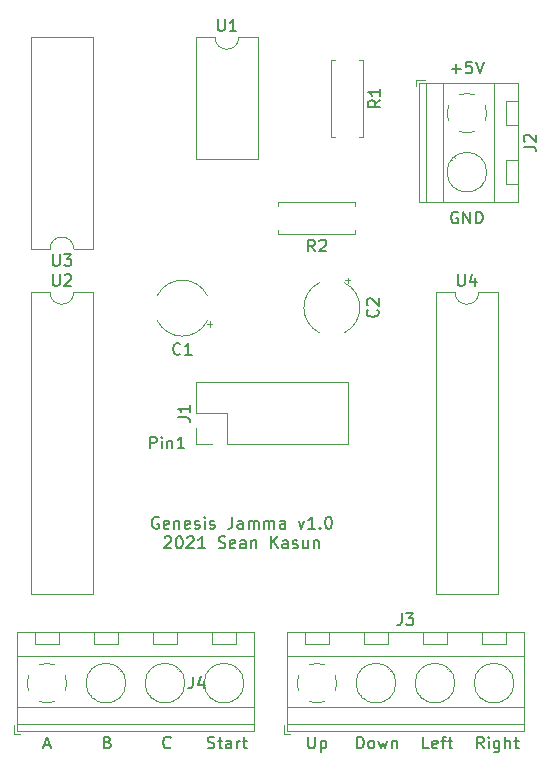
<source format=gbr>
G04 #@! TF.GenerationSoftware,KiCad,Pcbnew,(5.1.5-0-10_14)*
G04 #@! TF.CreationDate,2021-12-08T13:46:53-07:00*
G04 #@! TF.ProjectId,genesisctl,67656e65-7369-4736-9374-6c2e6b696361,rev?*
G04 #@! TF.SameCoordinates,Original*
G04 #@! TF.FileFunction,Legend,Top*
G04 #@! TF.FilePolarity,Positive*
%FSLAX46Y46*%
G04 Gerber Fmt 4.6, Leading zero omitted, Abs format (unit mm)*
G04 Created by KiCad (PCBNEW (5.1.5-0-10_14)) date 2021-12-08 13:46:53*
%MOMM*%
%LPD*%
G04 APERTURE LIST*
%ADD10C,0.150000*%
%ADD11C,0.200000*%
%ADD12C,0.120000*%
G04 APERTURE END LIST*
D10*
X202502380Y-74875000D02*
X202407142Y-74827380D01*
X202264285Y-74827380D01*
X202121428Y-74875000D01*
X202026190Y-74970238D01*
X201978571Y-75065476D01*
X201930952Y-75255952D01*
X201930952Y-75398809D01*
X201978571Y-75589285D01*
X202026190Y-75684523D01*
X202121428Y-75779761D01*
X202264285Y-75827380D01*
X202359523Y-75827380D01*
X202502380Y-75779761D01*
X202550000Y-75732142D01*
X202550000Y-75398809D01*
X202359523Y-75398809D01*
X203359523Y-75779761D02*
X203264285Y-75827380D01*
X203073809Y-75827380D01*
X202978571Y-75779761D01*
X202930952Y-75684523D01*
X202930952Y-75303571D01*
X202978571Y-75208333D01*
X203073809Y-75160714D01*
X203264285Y-75160714D01*
X203359523Y-75208333D01*
X203407142Y-75303571D01*
X203407142Y-75398809D01*
X202930952Y-75494047D01*
X203835714Y-75160714D02*
X203835714Y-75827380D01*
X203835714Y-75255952D02*
X203883333Y-75208333D01*
X203978571Y-75160714D01*
X204121428Y-75160714D01*
X204216666Y-75208333D01*
X204264285Y-75303571D01*
X204264285Y-75827380D01*
X205121428Y-75779761D02*
X205026190Y-75827380D01*
X204835714Y-75827380D01*
X204740476Y-75779761D01*
X204692857Y-75684523D01*
X204692857Y-75303571D01*
X204740476Y-75208333D01*
X204835714Y-75160714D01*
X205026190Y-75160714D01*
X205121428Y-75208333D01*
X205169047Y-75303571D01*
X205169047Y-75398809D01*
X204692857Y-75494047D01*
X205550000Y-75779761D02*
X205645238Y-75827380D01*
X205835714Y-75827380D01*
X205930952Y-75779761D01*
X205978571Y-75684523D01*
X205978571Y-75636904D01*
X205930952Y-75541666D01*
X205835714Y-75494047D01*
X205692857Y-75494047D01*
X205597619Y-75446428D01*
X205550000Y-75351190D01*
X205550000Y-75303571D01*
X205597619Y-75208333D01*
X205692857Y-75160714D01*
X205835714Y-75160714D01*
X205930952Y-75208333D01*
X206407142Y-75827380D02*
X206407142Y-75160714D01*
X206407142Y-74827380D02*
X206359523Y-74875000D01*
X206407142Y-74922619D01*
X206454761Y-74875000D01*
X206407142Y-74827380D01*
X206407142Y-74922619D01*
X206835714Y-75779761D02*
X206930952Y-75827380D01*
X207121428Y-75827380D01*
X207216666Y-75779761D01*
X207264285Y-75684523D01*
X207264285Y-75636904D01*
X207216666Y-75541666D01*
X207121428Y-75494047D01*
X206978571Y-75494047D01*
X206883333Y-75446428D01*
X206835714Y-75351190D01*
X206835714Y-75303571D01*
X206883333Y-75208333D01*
X206978571Y-75160714D01*
X207121428Y-75160714D01*
X207216666Y-75208333D01*
X208740476Y-74827380D02*
X208740476Y-75541666D01*
X208692857Y-75684523D01*
X208597619Y-75779761D01*
X208454761Y-75827380D01*
X208359523Y-75827380D01*
X209645238Y-75827380D02*
X209645238Y-75303571D01*
X209597619Y-75208333D01*
X209502380Y-75160714D01*
X209311904Y-75160714D01*
X209216666Y-75208333D01*
X209645238Y-75779761D02*
X209550000Y-75827380D01*
X209311904Y-75827380D01*
X209216666Y-75779761D01*
X209169047Y-75684523D01*
X209169047Y-75589285D01*
X209216666Y-75494047D01*
X209311904Y-75446428D01*
X209550000Y-75446428D01*
X209645238Y-75398809D01*
X210121428Y-75827380D02*
X210121428Y-75160714D01*
X210121428Y-75255952D02*
X210169047Y-75208333D01*
X210264285Y-75160714D01*
X210407142Y-75160714D01*
X210502380Y-75208333D01*
X210550000Y-75303571D01*
X210550000Y-75827380D01*
X210550000Y-75303571D02*
X210597619Y-75208333D01*
X210692857Y-75160714D01*
X210835714Y-75160714D01*
X210930952Y-75208333D01*
X210978571Y-75303571D01*
X210978571Y-75827380D01*
X211454761Y-75827380D02*
X211454761Y-75160714D01*
X211454761Y-75255952D02*
X211502380Y-75208333D01*
X211597619Y-75160714D01*
X211740476Y-75160714D01*
X211835714Y-75208333D01*
X211883333Y-75303571D01*
X211883333Y-75827380D01*
X211883333Y-75303571D02*
X211930952Y-75208333D01*
X212026190Y-75160714D01*
X212169047Y-75160714D01*
X212264285Y-75208333D01*
X212311904Y-75303571D01*
X212311904Y-75827380D01*
X213216666Y-75827380D02*
X213216666Y-75303571D01*
X213169047Y-75208333D01*
X213073809Y-75160714D01*
X212883333Y-75160714D01*
X212788095Y-75208333D01*
X213216666Y-75779761D02*
X213121428Y-75827380D01*
X212883333Y-75827380D01*
X212788095Y-75779761D01*
X212740476Y-75684523D01*
X212740476Y-75589285D01*
X212788095Y-75494047D01*
X212883333Y-75446428D01*
X213121428Y-75446428D01*
X213216666Y-75398809D01*
X214359523Y-75160714D02*
X214597619Y-75827380D01*
X214835714Y-75160714D01*
X215740476Y-75827380D02*
X215169047Y-75827380D01*
X215454761Y-75827380D02*
X215454761Y-74827380D01*
X215359523Y-74970238D01*
X215264285Y-75065476D01*
X215169047Y-75113095D01*
X216169047Y-75732142D02*
X216216666Y-75779761D01*
X216169047Y-75827380D01*
X216121428Y-75779761D01*
X216169047Y-75732142D01*
X216169047Y-75827380D01*
X216835714Y-74827380D02*
X216930952Y-74827380D01*
X217026190Y-74875000D01*
X217073809Y-74922619D01*
X217121428Y-75017857D01*
X217169047Y-75208333D01*
X217169047Y-75446428D01*
X217121428Y-75636904D01*
X217073809Y-75732142D01*
X217026190Y-75779761D01*
X216930952Y-75827380D01*
X216835714Y-75827380D01*
X216740476Y-75779761D01*
X216692857Y-75732142D01*
X216645238Y-75636904D01*
X216597619Y-75446428D01*
X216597619Y-75208333D01*
X216645238Y-75017857D01*
X216692857Y-74922619D01*
X216740476Y-74875000D01*
X216835714Y-74827380D01*
X203002380Y-76572619D02*
X203050000Y-76525000D01*
X203145238Y-76477380D01*
X203383333Y-76477380D01*
X203478571Y-76525000D01*
X203526190Y-76572619D01*
X203573809Y-76667857D01*
X203573809Y-76763095D01*
X203526190Y-76905952D01*
X202954761Y-77477380D01*
X203573809Y-77477380D01*
X204192857Y-76477380D02*
X204288095Y-76477380D01*
X204383333Y-76525000D01*
X204430952Y-76572619D01*
X204478571Y-76667857D01*
X204526190Y-76858333D01*
X204526190Y-77096428D01*
X204478571Y-77286904D01*
X204430952Y-77382142D01*
X204383333Y-77429761D01*
X204288095Y-77477380D01*
X204192857Y-77477380D01*
X204097619Y-77429761D01*
X204050000Y-77382142D01*
X204002380Y-77286904D01*
X203954761Y-77096428D01*
X203954761Y-76858333D01*
X204002380Y-76667857D01*
X204050000Y-76572619D01*
X204097619Y-76525000D01*
X204192857Y-76477380D01*
X204907142Y-76572619D02*
X204954761Y-76525000D01*
X205050000Y-76477380D01*
X205288095Y-76477380D01*
X205383333Y-76525000D01*
X205430952Y-76572619D01*
X205478571Y-76667857D01*
X205478571Y-76763095D01*
X205430952Y-76905952D01*
X204859523Y-77477380D01*
X205478571Y-77477380D01*
X206430952Y-77477380D02*
X205859523Y-77477380D01*
X206145238Y-77477380D02*
X206145238Y-76477380D01*
X206050000Y-76620238D01*
X205954761Y-76715476D01*
X205859523Y-76763095D01*
X207573809Y-77429761D02*
X207716666Y-77477380D01*
X207954761Y-77477380D01*
X208050000Y-77429761D01*
X208097619Y-77382142D01*
X208145238Y-77286904D01*
X208145238Y-77191666D01*
X208097619Y-77096428D01*
X208050000Y-77048809D01*
X207954761Y-77001190D01*
X207764285Y-76953571D01*
X207669047Y-76905952D01*
X207621428Y-76858333D01*
X207573809Y-76763095D01*
X207573809Y-76667857D01*
X207621428Y-76572619D01*
X207669047Y-76525000D01*
X207764285Y-76477380D01*
X208002380Y-76477380D01*
X208145238Y-76525000D01*
X208954761Y-77429761D02*
X208859523Y-77477380D01*
X208669047Y-77477380D01*
X208573809Y-77429761D01*
X208526190Y-77334523D01*
X208526190Y-76953571D01*
X208573809Y-76858333D01*
X208669047Y-76810714D01*
X208859523Y-76810714D01*
X208954761Y-76858333D01*
X209002380Y-76953571D01*
X209002380Y-77048809D01*
X208526190Y-77144047D01*
X209859523Y-77477380D02*
X209859523Y-76953571D01*
X209811904Y-76858333D01*
X209716666Y-76810714D01*
X209526190Y-76810714D01*
X209430952Y-76858333D01*
X209859523Y-77429761D02*
X209764285Y-77477380D01*
X209526190Y-77477380D01*
X209430952Y-77429761D01*
X209383333Y-77334523D01*
X209383333Y-77239285D01*
X209430952Y-77144047D01*
X209526190Y-77096428D01*
X209764285Y-77096428D01*
X209859523Y-77048809D01*
X210335714Y-76810714D02*
X210335714Y-77477380D01*
X210335714Y-76905952D02*
X210383333Y-76858333D01*
X210478571Y-76810714D01*
X210621428Y-76810714D01*
X210716666Y-76858333D01*
X210764285Y-76953571D01*
X210764285Y-77477380D01*
X212002380Y-77477380D02*
X212002380Y-76477380D01*
X212573809Y-77477380D02*
X212145238Y-76905952D01*
X212573809Y-76477380D02*
X212002380Y-77048809D01*
X213430952Y-77477380D02*
X213430952Y-76953571D01*
X213383333Y-76858333D01*
X213288095Y-76810714D01*
X213097619Y-76810714D01*
X213002380Y-76858333D01*
X213430952Y-77429761D02*
X213335714Y-77477380D01*
X213097619Y-77477380D01*
X213002380Y-77429761D01*
X212954761Y-77334523D01*
X212954761Y-77239285D01*
X213002380Y-77144047D01*
X213097619Y-77096428D01*
X213335714Y-77096428D01*
X213430952Y-77048809D01*
X213859523Y-77429761D02*
X213954761Y-77477380D01*
X214145238Y-77477380D01*
X214240476Y-77429761D01*
X214288095Y-77334523D01*
X214288095Y-77286904D01*
X214240476Y-77191666D01*
X214145238Y-77144047D01*
X214002380Y-77144047D01*
X213907142Y-77096428D01*
X213859523Y-77001190D01*
X213859523Y-76953571D01*
X213907142Y-76858333D01*
X214002380Y-76810714D01*
X214145238Y-76810714D01*
X214240476Y-76858333D01*
X215145238Y-76810714D02*
X215145238Y-77477380D01*
X214716666Y-76810714D02*
X214716666Y-77334523D01*
X214764285Y-77429761D01*
X214859523Y-77477380D01*
X215002380Y-77477380D01*
X215097619Y-77429761D01*
X215145238Y-77382142D01*
X215621428Y-76810714D02*
X215621428Y-77477380D01*
X215621428Y-76905952D02*
X215669047Y-76858333D01*
X215764285Y-76810714D01*
X215907142Y-76810714D01*
X216002380Y-76858333D01*
X216050000Y-76953571D01*
X216050000Y-77477380D01*
D11*
X206660952Y-94384761D02*
X206803809Y-94432380D01*
X207041904Y-94432380D01*
X207137142Y-94384761D01*
X207184761Y-94337142D01*
X207232380Y-94241904D01*
X207232380Y-94146666D01*
X207184761Y-94051428D01*
X207137142Y-94003809D01*
X207041904Y-93956190D01*
X206851428Y-93908571D01*
X206756190Y-93860952D01*
X206708571Y-93813333D01*
X206660952Y-93718095D01*
X206660952Y-93622857D01*
X206708571Y-93527619D01*
X206756190Y-93480000D01*
X206851428Y-93432380D01*
X207089523Y-93432380D01*
X207232380Y-93480000D01*
X207518095Y-93765714D02*
X207899047Y-93765714D01*
X207660952Y-93432380D02*
X207660952Y-94289523D01*
X207708571Y-94384761D01*
X207803809Y-94432380D01*
X207899047Y-94432380D01*
X208660952Y-94432380D02*
X208660952Y-93908571D01*
X208613333Y-93813333D01*
X208518095Y-93765714D01*
X208327619Y-93765714D01*
X208232380Y-93813333D01*
X208660952Y-94384761D02*
X208565714Y-94432380D01*
X208327619Y-94432380D01*
X208232380Y-94384761D01*
X208184761Y-94289523D01*
X208184761Y-94194285D01*
X208232380Y-94099047D01*
X208327619Y-94051428D01*
X208565714Y-94051428D01*
X208660952Y-94003809D01*
X209137142Y-94432380D02*
X209137142Y-93765714D01*
X209137142Y-93956190D02*
X209184761Y-93860952D01*
X209232380Y-93813333D01*
X209327619Y-93765714D01*
X209422857Y-93765714D01*
X209613333Y-93765714D02*
X209994285Y-93765714D01*
X209756190Y-93432380D02*
X209756190Y-94289523D01*
X209803809Y-94384761D01*
X209899047Y-94432380D01*
X209994285Y-94432380D01*
X203509523Y-94337142D02*
X203461904Y-94384761D01*
X203319047Y-94432380D01*
X203223809Y-94432380D01*
X203080952Y-94384761D01*
X202985714Y-94289523D01*
X202938095Y-94194285D01*
X202890476Y-94003809D01*
X202890476Y-93860952D01*
X202938095Y-93670476D01*
X202985714Y-93575238D01*
X203080952Y-93480000D01*
X203223809Y-93432380D01*
X203319047Y-93432380D01*
X203461904Y-93480000D01*
X203509523Y-93527619D01*
X198191428Y-93908571D02*
X198334285Y-93956190D01*
X198381904Y-94003809D01*
X198429523Y-94099047D01*
X198429523Y-94241904D01*
X198381904Y-94337142D01*
X198334285Y-94384761D01*
X198239047Y-94432380D01*
X197858095Y-94432380D01*
X197858095Y-93432380D01*
X198191428Y-93432380D01*
X198286666Y-93480000D01*
X198334285Y-93527619D01*
X198381904Y-93622857D01*
X198381904Y-93718095D01*
X198334285Y-93813333D01*
X198286666Y-93860952D01*
X198191428Y-93908571D01*
X197858095Y-93908571D01*
X192801904Y-94146666D02*
X193278095Y-94146666D01*
X192706666Y-94432380D02*
X193040000Y-93432380D01*
X193373333Y-94432380D01*
X230020952Y-94432380D02*
X229687619Y-93956190D01*
X229449523Y-94432380D02*
X229449523Y-93432380D01*
X229830476Y-93432380D01*
X229925714Y-93480000D01*
X229973333Y-93527619D01*
X230020952Y-93622857D01*
X230020952Y-93765714D01*
X229973333Y-93860952D01*
X229925714Y-93908571D01*
X229830476Y-93956190D01*
X229449523Y-93956190D01*
X230449523Y-94432380D02*
X230449523Y-93765714D01*
X230449523Y-93432380D02*
X230401904Y-93480000D01*
X230449523Y-93527619D01*
X230497142Y-93480000D01*
X230449523Y-93432380D01*
X230449523Y-93527619D01*
X231354285Y-93765714D02*
X231354285Y-94575238D01*
X231306666Y-94670476D01*
X231259047Y-94718095D01*
X231163809Y-94765714D01*
X231020952Y-94765714D01*
X230925714Y-94718095D01*
X231354285Y-94384761D02*
X231259047Y-94432380D01*
X231068571Y-94432380D01*
X230973333Y-94384761D01*
X230925714Y-94337142D01*
X230878095Y-94241904D01*
X230878095Y-93956190D01*
X230925714Y-93860952D01*
X230973333Y-93813333D01*
X231068571Y-93765714D01*
X231259047Y-93765714D01*
X231354285Y-93813333D01*
X231830476Y-94432380D02*
X231830476Y-93432380D01*
X232259047Y-94432380D02*
X232259047Y-93908571D01*
X232211428Y-93813333D01*
X232116190Y-93765714D01*
X231973333Y-93765714D01*
X231878095Y-93813333D01*
X231830476Y-93860952D01*
X232592380Y-93765714D02*
X232973333Y-93765714D01*
X232735238Y-93432380D02*
X232735238Y-94289523D01*
X232782857Y-94384761D01*
X232878095Y-94432380D01*
X232973333Y-94432380D01*
X225369523Y-94432380D02*
X224893333Y-94432380D01*
X224893333Y-93432380D01*
X226083809Y-94384761D02*
X225988571Y-94432380D01*
X225798095Y-94432380D01*
X225702857Y-94384761D01*
X225655238Y-94289523D01*
X225655238Y-93908571D01*
X225702857Y-93813333D01*
X225798095Y-93765714D01*
X225988571Y-93765714D01*
X226083809Y-93813333D01*
X226131428Y-93908571D01*
X226131428Y-94003809D01*
X225655238Y-94099047D01*
X226417142Y-93765714D02*
X226798095Y-93765714D01*
X226560000Y-94432380D02*
X226560000Y-93575238D01*
X226607619Y-93480000D01*
X226702857Y-93432380D01*
X226798095Y-93432380D01*
X226988571Y-93765714D02*
X227369523Y-93765714D01*
X227131428Y-93432380D02*
X227131428Y-94289523D01*
X227179047Y-94384761D01*
X227274285Y-94432380D01*
X227369523Y-94432380D01*
X219289523Y-94432380D02*
X219289523Y-93432380D01*
X219527619Y-93432380D01*
X219670476Y-93480000D01*
X219765714Y-93575238D01*
X219813333Y-93670476D01*
X219860952Y-93860952D01*
X219860952Y-94003809D01*
X219813333Y-94194285D01*
X219765714Y-94289523D01*
X219670476Y-94384761D01*
X219527619Y-94432380D01*
X219289523Y-94432380D01*
X220432380Y-94432380D02*
X220337142Y-94384761D01*
X220289523Y-94337142D01*
X220241904Y-94241904D01*
X220241904Y-93956190D01*
X220289523Y-93860952D01*
X220337142Y-93813333D01*
X220432380Y-93765714D01*
X220575238Y-93765714D01*
X220670476Y-93813333D01*
X220718095Y-93860952D01*
X220765714Y-93956190D01*
X220765714Y-94241904D01*
X220718095Y-94337142D01*
X220670476Y-94384761D01*
X220575238Y-94432380D01*
X220432380Y-94432380D01*
X221099047Y-93765714D02*
X221289523Y-94432380D01*
X221480000Y-93956190D01*
X221670476Y-94432380D01*
X221860952Y-93765714D01*
X222241904Y-93765714D02*
X222241904Y-94432380D01*
X222241904Y-93860952D02*
X222289523Y-93813333D01*
X222384761Y-93765714D01*
X222527619Y-93765714D01*
X222622857Y-93813333D01*
X222670476Y-93908571D01*
X222670476Y-94432380D01*
X215161904Y-93432380D02*
X215161904Y-94241904D01*
X215209523Y-94337142D01*
X215257142Y-94384761D01*
X215352380Y-94432380D01*
X215542857Y-94432380D01*
X215638095Y-94384761D01*
X215685714Y-94337142D01*
X215733333Y-94241904D01*
X215733333Y-93432380D01*
X216209523Y-93765714D02*
X216209523Y-94765714D01*
X216209523Y-93813333D02*
X216304761Y-93765714D01*
X216495238Y-93765714D01*
X216590476Y-93813333D01*
X216638095Y-93860952D01*
X216685714Y-93956190D01*
X216685714Y-94241904D01*
X216638095Y-94337142D01*
X216590476Y-94384761D01*
X216495238Y-94432380D01*
X216304761Y-94432380D01*
X216209523Y-94384761D01*
X201771428Y-69032380D02*
X201771428Y-68032380D01*
X202152380Y-68032380D01*
X202247619Y-68080000D01*
X202295238Y-68127619D01*
X202342857Y-68222857D01*
X202342857Y-68365714D01*
X202295238Y-68460952D01*
X202247619Y-68508571D01*
X202152380Y-68556190D01*
X201771428Y-68556190D01*
X202771428Y-69032380D02*
X202771428Y-68365714D01*
X202771428Y-68032380D02*
X202723809Y-68080000D01*
X202771428Y-68127619D01*
X202819047Y-68080000D01*
X202771428Y-68032380D01*
X202771428Y-68127619D01*
X203247619Y-68365714D02*
X203247619Y-69032380D01*
X203247619Y-68460952D02*
X203295238Y-68413333D01*
X203390476Y-68365714D01*
X203533333Y-68365714D01*
X203628571Y-68413333D01*
X203676190Y-68508571D01*
X203676190Y-69032380D01*
X204676190Y-69032380D02*
X204104761Y-69032380D01*
X204390476Y-69032380D02*
X204390476Y-68032380D01*
X204295238Y-68175238D01*
X204200000Y-68270476D01*
X204104761Y-68318095D01*
X227838095Y-49030000D02*
X227742857Y-48982380D01*
X227600000Y-48982380D01*
X227457142Y-49030000D01*
X227361904Y-49125238D01*
X227314285Y-49220476D01*
X227266666Y-49410952D01*
X227266666Y-49553809D01*
X227314285Y-49744285D01*
X227361904Y-49839523D01*
X227457142Y-49934761D01*
X227600000Y-49982380D01*
X227695238Y-49982380D01*
X227838095Y-49934761D01*
X227885714Y-49887142D01*
X227885714Y-49553809D01*
X227695238Y-49553809D01*
X228314285Y-49982380D02*
X228314285Y-48982380D01*
X228885714Y-49982380D01*
X228885714Y-48982380D01*
X229361904Y-49982380D02*
X229361904Y-48982380D01*
X229600000Y-48982380D01*
X229742857Y-49030000D01*
X229838095Y-49125238D01*
X229885714Y-49220476D01*
X229933333Y-49410952D01*
X229933333Y-49553809D01*
X229885714Y-49744285D01*
X229838095Y-49839523D01*
X229742857Y-49934761D01*
X229600000Y-49982380D01*
X229361904Y-49982380D01*
X227314285Y-36901428D02*
X228076190Y-36901428D01*
X227695238Y-37282380D02*
X227695238Y-36520476D01*
X229028571Y-36282380D02*
X228552380Y-36282380D01*
X228504761Y-36758571D01*
X228552380Y-36710952D01*
X228647619Y-36663333D01*
X228885714Y-36663333D01*
X228980952Y-36710952D01*
X229028571Y-36758571D01*
X229076190Y-36853809D01*
X229076190Y-37091904D01*
X229028571Y-37187142D01*
X228980952Y-37234761D01*
X228885714Y-37282380D01*
X228647619Y-37282380D01*
X228552380Y-37234761D01*
X228504761Y-37187142D01*
X229361904Y-36282380D02*
X229695238Y-37282380D01*
X230028571Y-36282380D01*
D12*
X193310000Y-52130000D02*
G75*
G02X195310000Y-52130000I1000000J0D01*
G01*
X195310000Y-52130000D02*
X196960000Y-52130000D01*
X196960000Y-52130000D02*
X196960000Y-34230000D01*
X196960000Y-34230000D02*
X191660000Y-34230000D01*
X191660000Y-34230000D02*
X191660000Y-52130000D01*
X191660000Y-52130000D02*
X193310000Y-52130000D01*
X209280000Y-34230000D02*
G75*
G02X207280000Y-34230000I-1000000J0D01*
G01*
X207280000Y-34230000D02*
X205630000Y-34230000D01*
X205630000Y-34230000D02*
X205630000Y-44510000D01*
X205630000Y-44510000D02*
X210930000Y-44510000D01*
X210930000Y-44510000D02*
X210930000Y-34230000D01*
X210930000Y-34230000D02*
X209280000Y-34230000D01*
X202390260Y-58210000D02*
G75*
G03X206629741Y-58210000I2119740J1060000D01*
G01*
X202390260Y-56090000D02*
G75*
G02X206629741Y-56090000I2119740J-1060000D01*
G01*
X207047288Y-58485000D02*
X206597288Y-58485000D01*
X206822288Y-58710000D02*
X206822288Y-58260000D01*
X218730000Y-54797712D02*
X218280000Y-54797712D01*
X218505000Y-54572712D02*
X218505000Y-55022712D01*
X216110000Y-59229740D02*
G75*
G02X216110000Y-54990259I1060000J2119740D01*
G01*
X218230000Y-59229740D02*
G75*
G03X218230000Y-54990259I-1060000J2119740D01*
G01*
X218500000Y-68640000D02*
X218500000Y-63440000D01*
X208280000Y-68640000D02*
X218500000Y-68640000D01*
X205680000Y-63440000D02*
X218500000Y-63440000D01*
X208280000Y-68640000D02*
X208280000Y-66040000D01*
X208280000Y-66040000D02*
X205680000Y-66040000D01*
X205680000Y-66040000D02*
X205680000Y-63440000D01*
X207010000Y-68640000D02*
X205680000Y-68640000D01*
X205680000Y-68640000D02*
X205680000Y-67310000D01*
X227065244Y-41323318D02*
G75*
G02X226920000Y-40640000I1534756J683318D01*
G01*
X229283042Y-42175426D02*
G75*
G02X227916000Y-42175000I-683042J1535426D01*
G01*
X230135426Y-39956958D02*
G75*
G02X230135000Y-41324000I-1535426J-683042D01*
G01*
X227916958Y-39104574D02*
G75*
G02X229284000Y-39105000I683042J-1535426D01*
G01*
X226919747Y-40668805D02*
G75*
G02X227065000Y-39956000I1680253J28805D01*
G01*
X230280000Y-45640000D02*
G75*
G03X230280000Y-45640000I-1680000J0D01*
G01*
X225100000Y-38080000D02*
X225100000Y-48200000D01*
X226600000Y-38080000D02*
X226600000Y-48200000D01*
X230901000Y-38080000D02*
X230901000Y-48200000D01*
X232960000Y-38080000D02*
X232960000Y-48200000D01*
X224540000Y-38080000D02*
X224540000Y-48200000D01*
X232960000Y-38080000D02*
X224540000Y-38080000D01*
X232960000Y-48200000D02*
X224540000Y-48200000D01*
X232900000Y-39640000D02*
X232900000Y-41640000D01*
X231900000Y-39640000D02*
X231900000Y-41640000D01*
X232900000Y-39640000D02*
X231900000Y-39640000D01*
X232900000Y-41640000D02*
X231900000Y-41640000D01*
X229669000Y-46915000D02*
X229623000Y-46868000D01*
X227361000Y-44606000D02*
X227326000Y-44571000D01*
X229875000Y-46710000D02*
X229839000Y-46675000D01*
X227577000Y-44413000D02*
X227531000Y-44366000D01*
X232900000Y-44640000D02*
X232900000Y-46640000D01*
X231900000Y-44640000D02*
X231900000Y-46640000D01*
X232900000Y-44640000D02*
X231900000Y-44640000D01*
X232900000Y-46640000D02*
X231900000Y-46640000D01*
X225040000Y-37840000D02*
X224300000Y-37840000D01*
X224300000Y-37840000D02*
X224300000Y-38340000D01*
X216583318Y-90434756D02*
G75*
G02X215900000Y-90580000I-683318J1534756D01*
G01*
X217435426Y-88216958D02*
G75*
G02X217435000Y-89584000I-1535426J-683042D01*
G01*
X215216958Y-87364574D02*
G75*
G02X216584000Y-87365000I683042J-1535426D01*
G01*
X214364574Y-89583042D02*
G75*
G02X214365000Y-88216000I1535426J683042D01*
G01*
X215928805Y-90580253D02*
G75*
G02X215216000Y-90435000I-28805J1680253D01*
G01*
X222580000Y-88900000D02*
G75*
G03X222580000Y-88900000I-1680000J0D01*
G01*
X227580000Y-88900000D02*
G75*
G03X227580000Y-88900000I-1680000J0D01*
G01*
X232580000Y-88900000D02*
G75*
G03X232580000Y-88900000I-1680000J0D01*
G01*
X213340000Y-92400000D02*
X233461000Y-92400000D01*
X213340000Y-90900000D02*
X233461000Y-90900000D01*
X213340000Y-86599000D02*
X233461000Y-86599000D01*
X213340000Y-84540000D02*
X233461000Y-84540000D01*
X213340000Y-92960000D02*
X233461000Y-92960000D01*
X213340000Y-84540000D02*
X213340000Y-92960000D01*
X233461000Y-84540000D02*
X233461000Y-92960000D01*
X214900000Y-84600000D02*
X216900000Y-84600000D01*
X214900000Y-85600000D02*
X216900000Y-85600000D01*
X214900000Y-84600000D02*
X214900000Y-85600000D01*
X216900000Y-84600000D02*
X216900000Y-85600000D01*
X222175000Y-87831000D02*
X222128000Y-87877000D01*
X219866000Y-90139000D02*
X219831000Y-90174000D01*
X221970000Y-87625000D02*
X221935000Y-87661000D01*
X219673000Y-89923000D02*
X219626000Y-89969000D01*
X219900000Y-84600000D02*
X221900000Y-84600000D01*
X219900000Y-85600000D02*
X221900000Y-85600000D01*
X219900000Y-84600000D02*
X219900000Y-85600000D01*
X221900000Y-84600000D02*
X221900000Y-85600000D01*
X227175000Y-87831000D02*
X227128000Y-87877000D01*
X224866000Y-90139000D02*
X224831000Y-90174000D01*
X226970000Y-87625000D02*
X226935000Y-87661000D01*
X224673000Y-89923000D02*
X224626000Y-89969000D01*
X224900000Y-84600000D02*
X226900000Y-84600000D01*
X224900000Y-85600000D02*
X226900000Y-85600000D01*
X224900000Y-84600000D02*
X224900000Y-85600000D01*
X226900000Y-84600000D02*
X226900000Y-85600000D01*
X232175000Y-87831000D02*
X232128000Y-87877000D01*
X229866000Y-90139000D02*
X229831000Y-90174000D01*
X231970000Y-87625000D02*
X231935000Y-87661000D01*
X229673000Y-89923000D02*
X229626000Y-89969000D01*
X229900000Y-84600000D02*
X231900000Y-84600000D01*
X229900000Y-85600000D02*
X231900000Y-85600000D01*
X229900000Y-84600000D02*
X229900000Y-85600000D01*
X231900000Y-84600000D02*
X231900000Y-85600000D01*
X213100000Y-92460000D02*
X213100000Y-93200000D01*
X213100000Y-93200000D02*
X213600000Y-93200000D01*
X190240000Y-93200000D02*
X190740000Y-93200000D01*
X190240000Y-92460000D02*
X190240000Y-93200000D01*
X209040000Y-84600000D02*
X209040000Y-85600000D01*
X207040000Y-84600000D02*
X207040000Y-85600000D01*
X207040000Y-85600000D02*
X209040000Y-85600000D01*
X207040000Y-84600000D02*
X209040000Y-84600000D01*
X206813000Y-89923000D02*
X206766000Y-89969000D01*
X209110000Y-87625000D02*
X209075000Y-87661000D01*
X207006000Y-90139000D02*
X206971000Y-90174000D01*
X209315000Y-87831000D02*
X209268000Y-87877000D01*
X204040000Y-84600000D02*
X204040000Y-85600000D01*
X202040000Y-84600000D02*
X202040000Y-85600000D01*
X202040000Y-85600000D02*
X204040000Y-85600000D01*
X202040000Y-84600000D02*
X204040000Y-84600000D01*
X201813000Y-89923000D02*
X201766000Y-89969000D01*
X204110000Y-87625000D02*
X204075000Y-87661000D01*
X202006000Y-90139000D02*
X201971000Y-90174000D01*
X204315000Y-87831000D02*
X204268000Y-87877000D01*
X199040000Y-84600000D02*
X199040000Y-85600000D01*
X197040000Y-84600000D02*
X197040000Y-85600000D01*
X197040000Y-85600000D02*
X199040000Y-85600000D01*
X197040000Y-84600000D02*
X199040000Y-84600000D01*
X196813000Y-89923000D02*
X196766000Y-89969000D01*
X199110000Y-87625000D02*
X199075000Y-87661000D01*
X197006000Y-90139000D02*
X196971000Y-90174000D01*
X199315000Y-87831000D02*
X199268000Y-87877000D01*
X194040000Y-84600000D02*
X194040000Y-85600000D01*
X192040000Y-84600000D02*
X192040000Y-85600000D01*
X192040000Y-85600000D02*
X194040000Y-85600000D01*
X192040000Y-84600000D02*
X194040000Y-84600000D01*
X210601000Y-84540000D02*
X210601000Y-92960000D01*
X190480000Y-84540000D02*
X190480000Y-92960000D01*
X190480000Y-92960000D02*
X210601000Y-92960000D01*
X190480000Y-84540000D02*
X210601000Y-84540000D01*
X190480000Y-86599000D02*
X210601000Y-86599000D01*
X190480000Y-90900000D02*
X210601000Y-90900000D01*
X190480000Y-92400000D02*
X210601000Y-92400000D01*
X209720000Y-88900000D02*
G75*
G03X209720000Y-88900000I-1680000J0D01*
G01*
X204720000Y-88900000D02*
G75*
G03X204720000Y-88900000I-1680000J0D01*
G01*
X199720000Y-88900000D02*
G75*
G03X199720000Y-88900000I-1680000J0D01*
G01*
X193068805Y-90580253D02*
G75*
G02X192356000Y-90435000I-28805J1680253D01*
G01*
X191504574Y-89583042D02*
G75*
G02X191505000Y-88216000I1535426J683042D01*
G01*
X192356958Y-87364574D02*
G75*
G02X193724000Y-87365000I683042J-1535426D01*
G01*
X194575426Y-88216958D02*
G75*
G02X194575000Y-89584000I-1535426J-683042D01*
G01*
X193723318Y-90434756D02*
G75*
G02X193040000Y-90580000I-683318J1534756D01*
G01*
X217070000Y-42640000D02*
X217400000Y-42640000D01*
X217070000Y-36100000D02*
X217070000Y-42640000D01*
X217400000Y-36100000D02*
X217070000Y-36100000D01*
X219810000Y-42640000D02*
X219480000Y-42640000D01*
X219810000Y-36100000D02*
X219810000Y-42640000D01*
X219480000Y-36100000D02*
X219810000Y-36100000D01*
X212630000Y-48160000D02*
X212630000Y-48490000D01*
X219170000Y-48160000D02*
X212630000Y-48160000D01*
X219170000Y-48490000D02*
X219170000Y-48160000D01*
X212630000Y-50900000D02*
X212630000Y-50570000D01*
X219170000Y-50900000D02*
X212630000Y-50900000D01*
X219170000Y-50570000D02*
X219170000Y-50900000D01*
X195310000Y-55820000D02*
G75*
G02X193310000Y-55820000I-1000000J0D01*
G01*
X193310000Y-55820000D02*
X191660000Y-55820000D01*
X191660000Y-55820000D02*
X191660000Y-81340000D01*
X191660000Y-81340000D02*
X196960000Y-81340000D01*
X196960000Y-81340000D02*
X196960000Y-55820000D01*
X196960000Y-55820000D02*
X195310000Y-55820000D01*
X231250000Y-55820000D02*
X229600000Y-55820000D01*
X231250000Y-81340000D02*
X231250000Y-55820000D01*
X225950000Y-81340000D02*
X231250000Y-81340000D01*
X225950000Y-55820000D02*
X225950000Y-81340000D01*
X227600000Y-55820000D02*
X225950000Y-55820000D01*
X229600000Y-55820000D02*
G75*
G02X227600000Y-55820000I-1000000J0D01*
G01*
D10*
X193548095Y-52582380D02*
X193548095Y-53391904D01*
X193595714Y-53487142D01*
X193643333Y-53534761D01*
X193738571Y-53582380D01*
X193929047Y-53582380D01*
X194024285Y-53534761D01*
X194071904Y-53487142D01*
X194119523Y-53391904D01*
X194119523Y-52582380D01*
X194500476Y-52582380D02*
X195119523Y-52582380D01*
X194786190Y-52963333D01*
X194929047Y-52963333D01*
X195024285Y-53010952D01*
X195071904Y-53058571D01*
X195119523Y-53153809D01*
X195119523Y-53391904D01*
X195071904Y-53487142D01*
X195024285Y-53534761D01*
X194929047Y-53582380D01*
X194643333Y-53582380D01*
X194548095Y-53534761D01*
X194500476Y-53487142D01*
X207518095Y-32682380D02*
X207518095Y-33491904D01*
X207565714Y-33587142D01*
X207613333Y-33634761D01*
X207708571Y-33682380D01*
X207899047Y-33682380D01*
X207994285Y-33634761D01*
X208041904Y-33587142D01*
X208089523Y-33491904D01*
X208089523Y-32682380D01*
X209089523Y-33682380D02*
X208518095Y-33682380D01*
X208803809Y-33682380D02*
X208803809Y-32682380D01*
X208708571Y-32825238D01*
X208613333Y-32920476D01*
X208518095Y-32968095D01*
X204343333Y-61007142D02*
X204295714Y-61054761D01*
X204152857Y-61102380D01*
X204057619Y-61102380D01*
X203914761Y-61054761D01*
X203819523Y-60959523D01*
X203771904Y-60864285D01*
X203724285Y-60673809D01*
X203724285Y-60530952D01*
X203771904Y-60340476D01*
X203819523Y-60245238D01*
X203914761Y-60150000D01*
X204057619Y-60102380D01*
X204152857Y-60102380D01*
X204295714Y-60150000D01*
X204343333Y-60197619D01*
X205295714Y-61102380D02*
X204724285Y-61102380D01*
X205010000Y-61102380D02*
X205010000Y-60102380D01*
X204914761Y-60245238D01*
X204819523Y-60340476D01*
X204724285Y-60388095D01*
X221027142Y-57276666D02*
X221074761Y-57324285D01*
X221122380Y-57467142D01*
X221122380Y-57562380D01*
X221074761Y-57705238D01*
X220979523Y-57800476D01*
X220884285Y-57848095D01*
X220693809Y-57895714D01*
X220550952Y-57895714D01*
X220360476Y-57848095D01*
X220265238Y-57800476D01*
X220170000Y-57705238D01*
X220122380Y-57562380D01*
X220122380Y-57467142D01*
X220170000Y-57324285D01*
X220217619Y-57276666D01*
X220217619Y-56895714D02*
X220170000Y-56848095D01*
X220122380Y-56752857D01*
X220122380Y-56514761D01*
X220170000Y-56419523D01*
X220217619Y-56371904D01*
X220312857Y-56324285D01*
X220408095Y-56324285D01*
X220550952Y-56371904D01*
X221122380Y-56943333D01*
X221122380Y-56324285D01*
X204132380Y-66373333D02*
X204846666Y-66373333D01*
X204989523Y-66420952D01*
X205084761Y-66516190D01*
X205132380Y-66659047D01*
X205132380Y-66754285D01*
X205132380Y-65373333D02*
X205132380Y-65944761D01*
X205132380Y-65659047D02*
X204132380Y-65659047D01*
X204275238Y-65754285D01*
X204370476Y-65849523D01*
X204418095Y-65944761D01*
X233412380Y-43473333D02*
X234126666Y-43473333D01*
X234269523Y-43520952D01*
X234364761Y-43616190D01*
X234412380Y-43759047D01*
X234412380Y-43854285D01*
X233507619Y-43044761D02*
X233460000Y-42997142D01*
X233412380Y-42901904D01*
X233412380Y-42663809D01*
X233460000Y-42568571D01*
X233507619Y-42520952D01*
X233602857Y-42473333D01*
X233698095Y-42473333D01*
X233840952Y-42520952D01*
X234412380Y-43092380D01*
X234412380Y-42473333D01*
X223066666Y-82992380D02*
X223066666Y-83706666D01*
X223019047Y-83849523D01*
X222923809Y-83944761D01*
X222780952Y-83992380D01*
X222685714Y-83992380D01*
X223447619Y-82992380D02*
X224066666Y-82992380D01*
X223733333Y-83373333D01*
X223876190Y-83373333D01*
X223971428Y-83420952D01*
X224019047Y-83468571D01*
X224066666Y-83563809D01*
X224066666Y-83801904D01*
X224019047Y-83897142D01*
X223971428Y-83944761D01*
X223876190Y-83992380D01*
X223590476Y-83992380D01*
X223495238Y-83944761D01*
X223447619Y-83897142D01*
X205406666Y-88352380D02*
X205406666Y-89066666D01*
X205359047Y-89209523D01*
X205263809Y-89304761D01*
X205120952Y-89352380D01*
X205025714Y-89352380D01*
X206311428Y-88685714D02*
X206311428Y-89352380D01*
X206073333Y-88304761D02*
X205835238Y-89019047D01*
X206454285Y-89019047D01*
X221262380Y-39536666D02*
X220786190Y-39870000D01*
X221262380Y-40108095D02*
X220262380Y-40108095D01*
X220262380Y-39727142D01*
X220310000Y-39631904D01*
X220357619Y-39584285D01*
X220452857Y-39536666D01*
X220595714Y-39536666D01*
X220690952Y-39584285D01*
X220738571Y-39631904D01*
X220786190Y-39727142D01*
X220786190Y-40108095D01*
X221262380Y-38584285D02*
X221262380Y-39155714D01*
X221262380Y-38870000D02*
X220262380Y-38870000D01*
X220405238Y-38965238D01*
X220500476Y-39060476D01*
X220548095Y-39155714D01*
X215733333Y-52352380D02*
X215400000Y-51876190D01*
X215161904Y-52352380D02*
X215161904Y-51352380D01*
X215542857Y-51352380D01*
X215638095Y-51400000D01*
X215685714Y-51447619D01*
X215733333Y-51542857D01*
X215733333Y-51685714D01*
X215685714Y-51780952D01*
X215638095Y-51828571D01*
X215542857Y-51876190D01*
X215161904Y-51876190D01*
X216114285Y-51447619D02*
X216161904Y-51400000D01*
X216257142Y-51352380D01*
X216495238Y-51352380D01*
X216590476Y-51400000D01*
X216638095Y-51447619D01*
X216685714Y-51542857D01*
X216685714Y-51638095D01*
X216638095Y-51780952D01*
X216066666Y-52352380D01*
X216685714Y-52352380D01*
X193548095Y-54272380D02*
X193548095Y-55081904D01*
X193595714Y-55177142D01*
X193643333Y-55224761D01*
X193738571Y-55272380D01*
X193929047Y-55272380D01*
X194024285Y-55224761D01*
X194071904Y-55177142D01*
X194119523Y-55081904D01*
X194119523Y-54272380D01*
X194548095Y-54367619D02*
X194595714Y-54320000D01*
X194690952Y-54272380D01*
X194929047Y-54272380D01*
X195024285Y-54320000D01*
X195071904Y-54367619D01*
X195119523Y-54462857D01*
X195119523Y-54558095D01*
X195071904Y-54700952D01*
X194500476Y-55272380D01*
X195119523Y-55272380D01*
X227838095Y-54272380D02*
X227838095Y-55081904D01*
X227885714Y-55177142D01*
X227933333Y-55224761D01*
X228028571Y-55272380D01*
X228219047Y-55272380D01*
X228314285Y-55224761D01*
X228361904Y-55177142D01*
X228409523Y-55081904D01*
X228409523Y-54272380D01*
X229314285Y-54605714D02*
X229314285Y-55272380D01*
X229076190Y-54224761D02*
X228838095Y-54939047D01*
X229457142Y-54939047D01*
M02*

</source>
